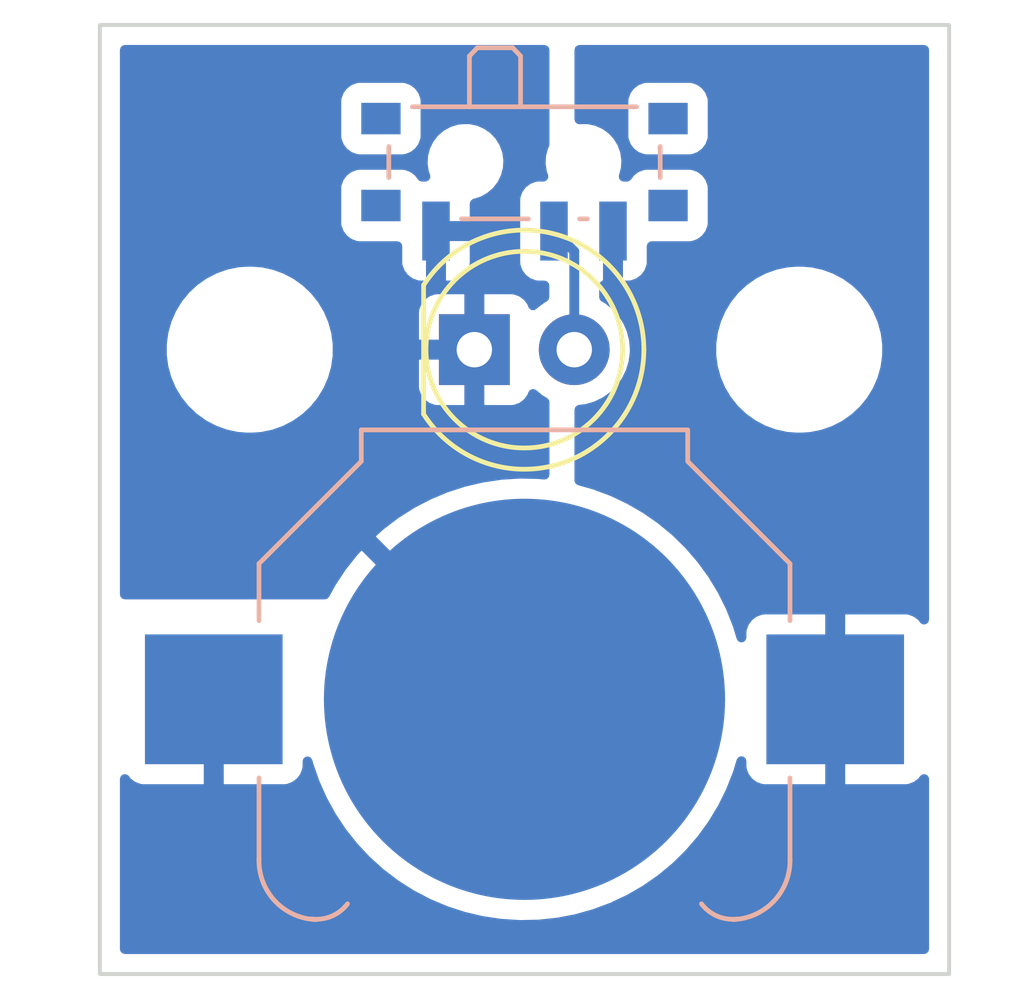
<source format=kicad_pcb>
(kicad_pcb (version 20211014) (generator pcbnew)
  (layers (0 "F.Cu" signal) (31 "B.Cu" signal) (34 "B.Paste" user) (35 "F.Paste" user) (36 "B.SilkS" user "B.Silkscreen") (37 "F.SilkS" user "F.Silkscreen") (38 "B.Mask" user) (39 "F.Mask" user) (44 "Edge.Cuts" user))
  (net 0 "")
  (net 1 "Net-(U1-Pad1)")
  (net 2 "GND")
  (net 3 "Net-(U2-Pad2)")
  (footprint "MountingHole:MountingHole_3.2mm_M3" (layer "F.Cu") (at 133.35 95.25)
    (fp_text reference "REF**" hide)
    (fp_text value "MountingHole_3.2mm_M3" hide)
    (pad "" np_thru_hole circle (at 0 0) (size 3.2 3.2) (drill 3.2) (layers F&B.Cu *.Mask))
  )
  (footprint "LED_THT:LED_D5.0mm_FlatTop" (layer "F.Cu") (at 139.06 95.25)
    (fp_text reference "U3" hide)
    (fp_text value "LED" hide)
    (fp_line (start -1.29 -1.64) (end -1.29 1.64) (layer "F.SilkS") (width 0.12))
    (fp_arc (start -1.29 -1.639512) (mid 2.125106 -2.917258) (end 4.309999 0.001958) (layer "F.SilkS") (width 0.12))
    (fp_arc (start 4.309999 -0.001958) (mid 2.125106 2.917258) (end -1.29 1.639512) (layer "F.SilkS") (width 0.12))
    (fp_circle (center 1.27 0) (end 3.77 0) (layer "F.SilkS") (width 0.12) (fill none))
    (pad "1" thru_hole rect (at 0 0) (size 1.8 1.8) (drill 0.9) (layers *.Cu *.Mask) (net 2 "GND"))
    (pad "2" thru_hole circle (at 2.54 0) (size 1.8 1.8) (drill 0.9) (layers *.Cu *.Mask) (net 3 "Net-(U2-Pad2)"))
  )
  (footprint "MountingHole:MountingHole_3.2mm_M3" (layer "F.Cu") (at 147.32 95.25)
    (fp_text reference "REF**" hide)
    (fp_text value "MountingHole_3.2mm_M3" hide)
    (pad "" np_thru_hole circle (at 0 0) (size 3.2 3.2) (drill 3.2) (layers *.Cu *.Mask))
  )
  (footprint "Button_Switch_SMD:SW_SPDT_PCM12" (layer "B.Cu") (at 140.335 90.805)
    (fp_text reference "U2" hide)
    (fp_text value "SW_SPDT" hide)
    (fp_line (start 1.4 1.12) (end 1.6 1.12) (layer "B.SilkS") (width 0.12))
    (fp_line (start -0.1 -3.02) (end -0.3 -3.23) (layer "B.SilkS") (width 0.12))
    (fp_line (start -1.4 -3.02) (end -1.2 -3.23) (layer "B.SilkS") (width 0.12))
    (fp_line (start -1.6 1.12) (end 0.1 1.12) (layer "B.SilkS") (width 0.12))
    (fp_line (start -3.45 0.07) (end -3.45 -0.72) (layer "B.SilkS") (width 0.12))
    (fp_line (start 3.45 -0.72) (end 3.45 0.07) (layer "B.SilkS") (width 0.12))
    (fp_line (start -1.4 -1.73) (end -1.4 -3.02) (layer "B.SilkS") (width 0.12))
    (fp_line (start -2.85 -1.73) (end 2.85 -1.73) (layer "B.SilkS") (width 0.12))
    (fp_line (start -1.2 -3.23) (end -0.3 -3.23) (layer "B.SilkS") (width 0.12))
    (fp_line (start -0.1 -3.02) (end -0.1 -1.73) (layer "B.SilkS") (width 0.12))
    (pad "" smd rect (at 3.65 0.78) (size 1 0.8) (layers "B.Cu" "B.Paste" "B.Mask"))
    (pad "" np_thru_hole circle (at 1.5 -0.33) (size 0.9 0.9) (drill 0.9) (layers *.Cu *.Mask))
    (pad "" smd rect (at 3.65 -1.43) (size 1 0.8) (layers "B.Cu" "B.Paste" "B.Mask"))
    (pad "" np_thru_hole circle (at -1.5 -0.33) (size 0.9 0.9) (drill 0.9) (layers *.Cu *.Mask))
    (pad "" smd rect (at -3.65 -1.43) (size 1 0.8) (layers "B.Cu" "B.Paste" "B.Mask"))
    (pad "" smd rect (at -3.65 0.78) (size 1 0.8) (layers "B.Cu" "B.Paste" "B.Mask"))
    (pad "1" smd rect (at -2.25 1.43) (size 0.7 1.5) (layers "B.Cu" "B.Paste" "B.Mask") (net 2 "GND"))
    (pad "2" smd rect (at 0.75 1.43) (size 0.7 1.5) (layers "B.Cu" "B.Paste" "B.Mask") (net 3 "Net-(U2-Pad2)"))
    (pad "3" smd rect (at 2.25 1.43) (size 0.7 1.5) (layers "B.Cu" "B.Paste" "B.Mask") (net 1 "Net-(U1-Pad1)"))
  )
  (footprint "Battery:BatteryHolder_Keystone_3000_1x12mm" (layer "B.Cu") (at 140.335 104.14 180)
    (fp_text reference "U1" hide)
    (fp_text value "Battery_Cell" hide)
    (fp_line (start -4.15 6.85) (end 4.15 6.85) (layer "B.SilkS") (width 0.12))
    (fp_line (start 4.15 6.05) (end 6.75 3.45) (layer "B.SilkS") (width 0.12))
    (fp_line (start -6.75 2) (end -6.75 3.45) (layer "B.SilkS") (width 0.12))
    (fp_line (start 6.75 3.45) (end 6.75 2) (layer "B.SilkS") (width 0.12))
    (fp_line (start -6.75 -2) (end -6.75 -4.1) (layer "B.SilkS") (width 0.12))
    (fp_line (start -6.75 3.45) (end -4.15 6.05) (layer "B.SilkS") (width 0.12))
    (fp_line (start -4.15 6.05) (end -4.15 6.85) (layer "B.SilkS") (width 0.12))
    (fp_line (start 6.75 -2) (end 6.75 -4.1) (layer "B.SilkS") (width 0.12))
    (fp_line (start 4.15 6.85) (end 4.15 6.05) (layer "B.SilkS") (width 0.12))
    (fp_arc (start 5.3 -5.6) (mid 6.346016 -5.125305) (end 6.75 -4.05) (layer "B.SilkS") (width 0.12))
    (fp_arc (start -5.414615 -5.58416) (mid -4.90584 -5.514615) (end -4.5 -5.2) (layer "B.SilkS") (width 0.12))
    (fp_arc (start 4.5 -5.2) (mid 4.90584 -5.514615) (end 5.414615 -5.58416) (layer "B.SilkS") (width 0.12))
    (fp_arc (start -6.75 -4.05) (mid -6.346016 -5.125305) (end -5.3 -5.6) (layer "B.SilkS") (width 0.12))
    (pad "1" smd rect (at -7.9 0 180) (size 3.5 3.3) (layers "B.Cu" "B.Paste" "B.Mask") (net 1 "Net-(U1-Pad1)"))
    (pad "1" smd rect (at 7.9 0 180) (size 3.5 3.3) (layers "B.Cu" "B.Paste" "B.Mask") (net 1 "Net-(U1-Pad1)"))
    (pad "2" smd circle (at 0 0 180) (size 10.2 10.2) (layers "B.Cu" "B.Mask") (net 2 "GND"))
  )
  (gr_rect (start 129.54 111.125) (end 151.13 86.995) (layer "Edge.Cuts") (width 0.1) (fill none))
  (segment (start 141.6 92.75) (end 141.085 92.235) (width 0.25) (layer "B.Cu") (net 3))
  (segment (start 141.6 95.25) (end 141.6 92.75) (width 0.25) (layer "B.Cu") (net 3))
  (zone (net 2) (net_name "GND") (layer "B.Cu") (connect_pads (clearance 0.508)) (min_thickness 0.254) (fill yes (thermal_gap 0.508) (thermal_bridge_width 0.508))
    (polygon (pts (xy 140.97 101.6) (xy 128.27 101.6) (xy 128.905 86.36) (xy 140.97 86.36)))
  )
  (zone (net 1) (net_name "Net-(U1-Pad1)") (layer "B.Cu") (connect_pads (clearance 0.508)) (min_thickness 0.254) (fill yes (thermal_gap 0.508) (thermal_bridge_width 0.508))
    (polygon (pts (xy 153.035 111.76) (xy 127 111.76) (xy 128.27 102.235) (xy 141.605 102.235) (xy 141.605 86.36) (xy 153.035 86.36)))
  )
)
</source>
